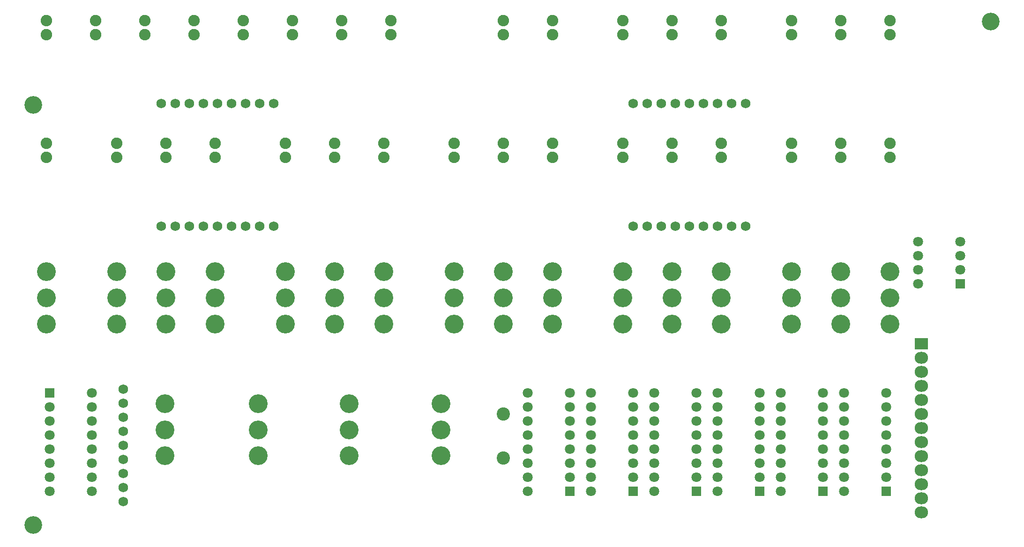
<source format=gbs>
G04*
G04 #@! TF.GenerationSoftware,Altium Limited,Altium Designer,21.4.1 (30)*
G04*
G04 Layer_Color=16711935*
%FSLAX44Y44*%
%MOMM*%
G71*
G04*
G04 #@! TF.SameCoordinates,DE04AE30-6A1C-4D90-925E-84108EEAD676*
G04*
G04*
G04 #@! TF.FilePolarity,Negative*
G04*
G01*
G75*
%ADD31C,1.7272*%
%ADD32R,1.7970X1.7970*%
%ADD33C,1.7970*%
%ADD34C,3.2032*%
%ADD35C,3.4000*%
%ADD36C,2.3990*%
%ADD37C,2.0764*%
G04:AMPARAMS|DCode=38|XSize=2.432mm|YSize=2.1272mm|CornerRadius=1.0636mm|HoleSize=0mm|Usage=FLASHONLY|Rotation=0.000|XOffset=0mm|YOffset=0mm|HoleType=Round|Shape=RoundedRectangle|*
%AMROUNDEDRECTD38*
21,1,2.4320,0.0000,0,0,0.0*
21,1,0.3048,2.1272,0,0,0.0*
1,1,2.1272,0.1524,0.0000*
1,1,2.1272,-0.1524,0.0000*
1,1,2.1272,-0.1524,0.0000*
1,1,2.1272,0.1524,0.0000*
%
%ADD38ROUNDEDRECTD38*%
%ADD39R,2.4320X2.1272*%
D31*
X203000Y183950D02*
D03*
Y209350D02*
D03*
Y234750D02*
D03*
Y260150D02*
D03*
Y285550D02*
D03*
Y158550D02*
D03*
Y133150D02*
D03*
Y107750D02*
D03*
Y82350D02*
D03*
X1326600Y580000D02*
D03*
X1301200D02*
D03*
X1275800D02*
D03*
X1250400D02*
D03*
X1123400D02*
D03*
X1148800D02*
D03*
X1174200D02*
D03*
X1199600D02*
D03*
X1225000D02*
D03*
X1326600Y802500D02*
D03*
X1301200D02*
D03*
X1275800D02*
D03*
X1250400D02*
D03*
X1123400D02*
D03*
X1148800D02*
D03*
X1174200D02*
D03*
X1199600D02*
D03*
X1225000D02*
D03*
X474100D02*
D03*
X448700D02*
D03*
X423300D02*
D03*
X397900D02*
D03*
X270900D02*
D03*
X296300D02*
D03*
X321700D02*
D03*
X347100D02*
D03*
X372500D02*
D03*
X474100Y580000D02*
D03*
X448700D02*
D03*
X423300D02*
D03*
X397900D02*
D03*
X270900D02*
D03*
X296300D02*
D03*
X321700D02*
D03*
X347100D02*
D03*
X372500D02*
D03*
D32*
X1714500Y476250D02*
D03*
X69850Y279400D02*
D03*
X1352550Y101600D02*
D03*
X1009650D02*
D03*
X1466850D02*
D03*
X1123950D02*
D03*
X1581150D02*
D03*
X1238250D02*
D03*
D33*
X1714500Y501650D02*
D03*
Y527050D02*
D03*
Y552450D02*
D03*
X1638300D02*
D03*
Y527050D02*
D03*
Y501650D02*
D03*
Y476250D02*
D03*
X146050Y279400D02*
D03*
Y254000D02*
D03*
Y228600D02*
D03*
Y203200D02*
D03*
Y177800D02*
D03*
Y152400D02*
D03*
Y127000D02*
D03*
Y101600D02*
D03*
X69850D02*
D03*
Y127000D02*
D03*
Y152400D02*
D03*
Y177800D02*
D03*
Y203200D02*
D03*
Y228600D02*
D03*
Y254000D02*
D03*
X1276350Y101600D02*
D03*
Y127000D02*
D03*
Y152400D02*
D03*
Y177800D02*
D03*
Y203200D02*
D03*
Y228600D02*
D03*
Y254000D02*
D03*
Y279400D02*
D03*
X1352550D02*
D03*
Y254000D02*
D03*
Y228600D02*
D03*
Y203200D02*
D03*
Y177800D02*
D03*
Y152400D02*
D03*
Y127000D02*
D03*
X933450Y101600D02*
D03*
Y127000D02*
D03*
Y152400D02*
D03*
Y177800D02*
D03*
Y203200D02*
D03*
Y228600D02*
D03*
Y254000D02*
D03*
Y279400D02*
D03*
X1009650D02*
D03*
Y254000D02*
D03*
Y228600D02*
D03*
Y203200D02*
D03*
Y177800D02*
D03*
Y152400D02*
D03*
Y127000D02*
D03*
X1390650Y101600D02*
D03*
Y127000D02*
D03*
Y152400D02*
D03*
Y177800D02*
D03*
Y203200D02*
D03*
Y228600D02*
D03*
Y254000D02*
D03*
Y279400D02*
D03*
X1466850D02*
D03*
Y254000D02*
D03*
Y228600D02*
D03*
Y203200D02*
D03*
Y177800D02*
D03*
Y152400D02*
D03*
Y127000D02*
D03*
X1047750Y101600D02*
D03*
Y127000D02*
D03*
Y152400D02*
D03*
Y177800D02*
D03*
Y203200D02*
D03*
Y228600D02*
D03*
Y254000D02*
D03*
Y279400D02*
D03*
X1123950D02*
D03*
Y254000D02*
D03*
Y228600D02*
D03*
Y203200D02*
D03*
Y177800D02*
D03*
Y152400D02*
D03*
Y127000D02*
D03*
X1504950Y101600D02*
D03*
Y127000D02*
D03*
Y152400D02*
D03*
Y177800D02*
D03*
Y203200D02*
D03*
Y228600D02*
D03*
Y254000D02*
D03*
Y279400D02*
D03*
X1581150D02*
D03*
Y254000D02*
D03*
Y228600D02*
D03*
Y203200D02*
D03*
Y177800D02*
D03*
Y152400D02*
D03*
Y127000D02*
D03*
X1162050Y101600D02*
D03*
Y127000D02*
D03*
Y152400D02*
D03*
Y177800D02*
D03*
Y203200D02*
D03*
Y228600D02*
D03*
Y254000D02*
D03*
Y279400D02*
D03*
X1238250D02*
D03*
Y254000D02*
D03*
Y228600D02*
D03*
Y203200D02*
D03*
Y177800D02*
D03*
Y152400D02*
D03*
Y127000D02*
D03*
D34*
X1770000Y950000D02*
D03*
X40000Y40000D02*
D03*
Y800000D02*
D03*
D35*
X776750Y259500D02*
D03*
Y165500D02*
D03*
Y212500D02*
D03*
X610750Y259500D02*
D03*
Y165500D02*
D03*
Y212500D02*
D03*
X446500Y259500D02*
D03*
Y165500D02*
D03*
Y212500D02*
D03*
X277750Y259500D02*
D03*
Y165500D02*
D03*
Y212500D02*
D03*
X1193800Y497850D02*
D03*
Y403850D02*
D03*
Y450850D02*
D03*
X495300D02*
D03*
Y403850D02*
D03*
Y497850D02*
D03*
X1587500D02*
D03*
Y403850D02*
D03*
Y450850D02*
D03*
X1498600Y497850D02*
D03*
Y403850D02*
D03*
Y450850D02*
D03*
X1409700Y497850D02*
D03*
Y403850D02*
D03*
Y450850D02*
D03*
X1282700Y497850D02*
D03*
Y403850D02*
D03*
Y450850D02*
D03*
X1104900Y497850D02*
D03*
Y403850D02*
D03*
Y450850D02*
D03*
X977900Y497850D02*
D03*
Y403850D02*
D03*
Y450850D02*
D03*
X889000Y497850D02*
D03*
Y403850D02*
D03*
Y450850D02*
D03*
X800100Y497850D02*
D03*
Y403850D02*
D03*
Y450850D02*
D03*
X673100Y497850D02*
D03*
Y403850D02*
D03*
Y450850D02*
D03*
X584200Y497850D02*
D03*
Y403850D02*
D03*
Y450850D02*
D03*
X368300Y497850D02*
D03*
Y403850D02*
D03*
Y450850D02*
D03*
X279400Y497850D02*
D03*
Y403850D02*
D03*
Y450850D02*
D03*
X190500Y497850D02*
D03*
Y403850D02*
D03*
Y450850D02*
D03*
X63500Y497850D02*
D03*
Y403850D02*
D03*
Y450850D02*
D03*
D36*
X889000Y241300D02*
D03*
Y161300D02*
D03*
D37*
X800100Y730250D02*
D03*
Y704850D02*
D03*
X1587500D02*
D03*
Y730250D02*
D03*
X1498600Y704850D02*
D03*
Y730250D02*
D03*
X1409700Y704850D02*
D03*
Y730250D02*
D03*
X1282700Y704850D02*
D03*
Y730250D02*
D03*
X1193800Y704850D02*
D03*
Y730250D02*
D03*
X1104900Y704850D02*
D03*
Y730250D02*
D03*
X977900Y704850D02*
D03*
Y730250D02*
D03*
X889000Y704850D02*
D03*
Y730250D02*
D03*
X673100Y704850D02*
D03*
Y730250D02*
D03*
X584200Y704850D02*
D03*
Y730250D02*
D03*
X495300Y704850D02*
D03*
Y730250D02*
D03*
X368300Y704850D02*
D03*
Y730250D02*
D03*
X279400Y704850D02*
D03*
Y730250D02*
D03*
X190500Y704850D02*
D03*
Y730250D02*
D03*
X63500Y704850D02*
D03*
Y730250D02*
D03*
X1587500Y927100D02*
D03*
Y952500D02*
D03*
X1498600Y927100D02*
D03*
Y952500D02*
D03*
X1409700Y927100D02*
D03*
Y952500D02*
D03*
X1282700Y927100D02*
D03*
Y952500D02*
D03*
X1193800Y927100D02*
D03*
Y952500D02*
D03*
X1104900Y927100D02*
D03*
Y952500D02*
D03*
X977900Y927100D02*
D03*
Y952500D02*
D03*
X889000Y927100D02*
D03*
Y952500D02*
D03*
X685800Y927100D02*
D03*
Y952500D02*
D03*
X596900Y927100D02*
D03*
Y952500D02*
D03*
X508000Y927100D02*
D03*
Y952500D02*
D03*
X419100Y927100D02*
D03*
Y952500D02*
D03*
X330200Y927100D02*
D03*
Y952500D02*
D03*
X241300Y927100D02*
D03*
Y952500D02*
D03*
X152400Y927100D02*
D03*
Y952500D02*
D03*
X63500Y927100D02*
D03*
Y952500D02*
D03*
D38*
X1644650Y63500D02*
D03*
Y88900D02*
D03*
Y114300D02*
D03*
Y139700D02*
D03*
Y165100D02*
D03*
Y190500D02*
D03*
Y215900D02*
D03*
Y241300D02*
D03*
Y266700D02*
D03*
Y292100D02*
D03*
Y317500D02*
D03*
Y342900D02*
D03*
D39*
Y368300D02*
D03*
M02*

</source>
